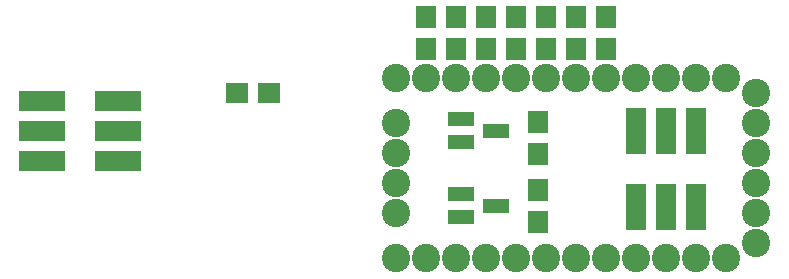
<source format=gbr>
G04 #@! TF.FileFunction,Soldermask,Bot*
%FSLAX46Y46*%
G04 Gerber Fmt 4.6, Leading zero omitted, Abs format (unit mm)*
G04 Created by KiCad (PCBNEW 4.0.0-rc1-stable) date 20/10/2015 4:38:48 p.m.*
%MOMM*%
G01*
G04 APERTURE LIST*
%ADD10C,0.100000*%
%ADD11R,1.900000X1.700000*%
%ADD12R,1.700000X1.900000*%
%ADD13R,2.200860X1.200100*%
%ADD14R,3.940000X1.670000*%
%ADD15C,2.400000*%
%ADD16R,1.670000X3.940000*%
G04 APERTURE END LIST*
D10*
D11*
X126920000Y-96520000D03*
X129620000Y-96520000D03*
D12*
X142875000Y-90090000D03*
X142875000Y-92790000D03*
X145415000Y-90090000D03*
X145415000Y-92790000D03*
X147955000Y-90090000D03*
X147955000Y-92790000D03*
X150495000Y-90090000D03*
X150495000Y-92790000D03*
X153035000Y-90090000D03*
X153035000Y-92790000D03*
X155575000Y-90090000D03*
X155575000Y-92790000D03*
X158115000Y-90090000D03*
X158115000Y-92790000D03*
X152400000Y-104695000D03*
X152400000Y-107395000D03*
X152400000Y-98980000D03*
X152400000Y-101680000D03*
D13*
X145818860Y-106995000D03*
X145818860Y-105095000D03*
X148821140Y-106045000D03*
X145818860Y-100645000D03*
X145818860Y-98745000D03*
X148821140Y-99695000D03*
D14*
X110380000Y-102235000D03*
X116840000Y-102235000D03*
X110380000Y-99695000D03*
X116840000Y-99695000D03*
X110380000Y-97155000D03*
X116840000Y-97155000D03*
D15*
X160655000Y-95250000D03*
X158115000Y-95250000D03*
X155575000Y-95250000D03*
X153035000Y-95250000D03*
X150495000Y-95250000D03*
X147955000Y-95250000D03*
X145415000Y-95250000D03*
X142875000Y-95250000D03*
X140335000Y-95250000D03*
X140335000Y-110490000D03*
X142875000Y-110490000D03*
X145415000Y-110490000D03*
X147955000Y-110490000D03*
X150495000Y-110490000D03*
X153035000Y-110490000D03*
X155575000Y-110490000D03*
X158115000Y-110490000D03*
X140335000Y-99060000D03*
X140335000Y-101600000D03*
X140335000Y-104140000D03*
X140335000Y-106680000D03*
X160655000Y-110490000D03*
X163195000Y-110490000D03*
X165735000Y-110490000D03*
X168275000Y-110490000D03*
X170815000Y-109220000D03*
X170815000Y-106680000D03*
X170815000Y-104140000D03*
X170815000Y-101600000D03*
X170815000Y-99060000D03*
X170815000Y-96520000D03*
X168275000Y-95250000D03*
X165735000Y-95250000D03*
X163195000Y-95250000D03*
D16*
X160655000Y-99695000D03*
X160655000Y-106155000D03*
X163195000Y-99695000D03*
X163195000Y-106155000D03*
X165735000Y-99695000D03*
X165735000Y-106155000D03*
M02*

</source>
